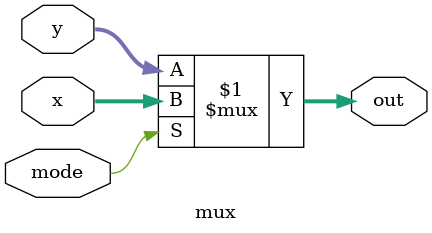
<source format=v>
`timescale 1ns / 1ps


module mux(
    input mode,
    input [6:0] x,
    input [6:0] y,
    output [6:0] out
    );
    
    assign out = mode ? x:y;
endmodule

</source>
